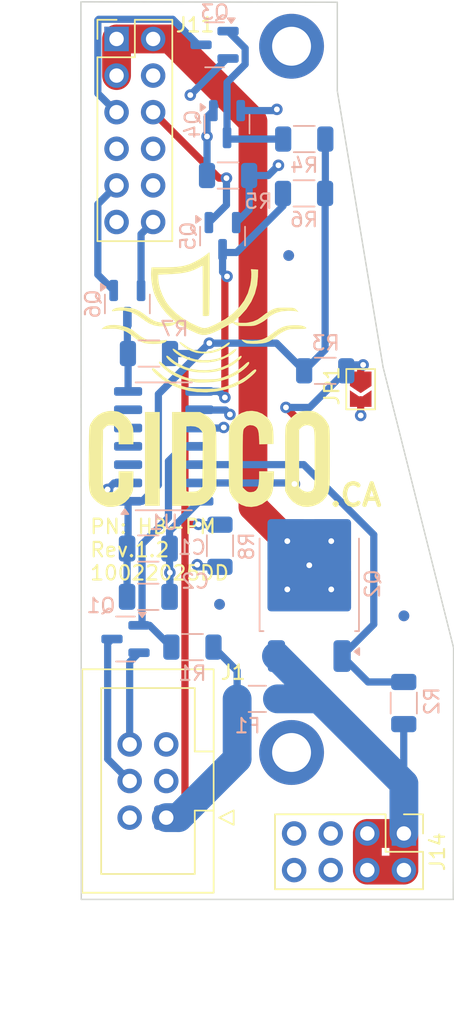
<source format=kicad_pcb>
(kicad_pcb (version 20240108) (generator "pcbnew") (generator_version "8.0")
  (layers (0 "F.Cu" signal) (1 "In1.Cu" signal) (2 "In2.Cu" signal) (31 "B.Cu" signal) (34 "B.Paste" user) (35 "F.Paste" user) (36 "B.SilkS" user "B.Silkscreen") (37 "F.SilkS" user "F.Silkscreen") (38 "B.Mask" user) (39 "F.Mask" user) (44 "Edge.Cuts" user))
  (net 0 "")
  (net 1 "GND")
  (net 2 "Pwr_off")
  (net 3 "Pwr_mon")
  (net 4 "Red")
  (net 5 "Blue")
  (net 6 "Signal")
  (net 7 "Green")
  (net 8 "VCC")
  (net 9 "+5V")
  (net 10 "Net-(JP1-A)")
  (net 11 "Net-(Q1-G)")
  (net 12 "Net-(Q2-G)")
  (net 13 "Net-(J11-Pin_9)")
  (net 16 "UPDI")
  (net 19 "VCC_")
  (net 20 "Net-(J11-Pin_6)")
  (net 21 "Net-(J11-Pin_5)")
  (net 22 "Net-(Q3-G)")
  (net 23 "Pulse")
  (footprint "Connector_PinHeader_2.54mm:PinHeader_2x04_P2.54mm_Vertical" (layer "F.Cu") (at 124 98.1 -90)
    (property "Reference" "J14" (at 1.27 -2.33 90) (layer "F.SilkS"))
    (property "Value" "Conn_02x04_Counter_Clockwise")
    (pad "1" thru_hole rect (at 0 0 270) (size 1.7 1.7) (drill 1) (layers "*.Cu" "*.Mask") (net 8 "VCC"))
    (pad "2" thru_hole oval (at 2.54 0 270) (size 1.7 1.7) (drill 1) (layers "*.Cu" "*.Mask") (net 8 "VCC"))
    (pad "3" thru_hole oval (at 0 2.54 270) (size 1.7 1.7) (drill 1) (layers "*.Cu" "*.Mask") (net 8 "VCC"))
    (pad "4" thru_hole oval (at 2.54 2.54 270) (size 1.7 1.7) (drill 1) (layers "*.Cu" "*.Mask") (net 8 "VCC"))
    (pad "5" thru_hole oval (at 0 5.08 270) (size 1.7 1.7) (drill 1) (layers "*.Cu" "*.Mask") (net 1 "GND"))
    (pad "6" thru_hole oval (at 2.54 5.08 270) (size 1.7 1.7) (drill 1) (layers "*.Cu" "*.Mask") (net 1 "GND"))
    (pad "7" thru_hole oval (at 0 7.62 270) (size 1.7 1.7) (drill 1) (layers "*.Cu" "*.Mask") (net 1 "GND"))
    (pad "8" thru_hole oval (at 2.54 7.62 270) (size 1.7 1.7) (drill 1) (layers "*.Cu" "*.Mask") (net 1 "GND"))
  )
  (footprint "Fiducial:Fiducial_0.75mm_Mask2.25mm" (layer "F.Cu") (at 124 83)
    (property "Reference" "FID2" (hide yes))
    (property "Value" "Fiducial")
    (pad "" smd circle (at 0 0) (size 0.75 0.75) (layers "F.Cu" "F.Mask") (clearance 0.75))
  )
  (footprint "Connector_PinHeader_2.54mm:PinHeader_2x06_P2.54mm_Vertical" (layer "F.Cu") (at 104.05 42.975)
    (property "Reference" "J11" (at 5.45 -0.975 0) (layer "F.SilkS"))
    (property "Value" "Conn_02x05_Top_Bottom")
    (pad "1" thru_hole rect (at 0 0) (size 1.7 1.7) (drill 1) (layers "*.Cu" "*.Mask") (net 9 "+5V"))
    (pad "2" thru_hole oval (at 2.54 0) (size 1.7 1.7) (drill 1) (layers "*.Cu" "*.Mask") (net 9 "+5V"))
    (pad "3" thru_hole oval (at 0 2.54) (size 1.7 1.7) (drill 1) (layers "*.Cu" "*.Mask") (net 9 "+5V"))
    (pad "4" thru_hole oval (at 2.54 2.54) (size 1.7 1.7) (drill 1) (layers "*.Cu" "*.Mask") (net 16 "UPDI"))
    (pad "5" thru_hole oval (at 0 5.08) (size 1.7 1.7) (drill 1) (layers "*.Cu" "*.Mask") (net 21 "Net-(J11-Pin_5)"))
    (pad "6" thru_hole oval (at 2.54 5.08) (size 1.7 1.7) (drill 1) (layers "*.Cu" "*.Mask") (net 20 "Net-(J11-Pin_6)"))
    (pad "7" thru_hole oval (at 0 7.62) (size 1.7 1.7) (drill 1) (layers "*.Cu" "*.Mask") (net 4 "Red"))
    (pad "8" thru_hole oval (at 2.54 7.62) (size 1.7 1.7) (drill 1) (layers "*.Cu" "*.Mask") (net 7 "Green"))
    (pad "9" thru_hole oval (at 0 10.16) (size 1.7 1.7) (drill 1) (layers "*.Cu" "*.Mask") (net 13 "Net-(J11-Pin_9)"))
    (pad "10" thru_hole oval (at 2.54 10.16) (size 1.7 1.7) (drill 1) (layers "*.Cu" "*.Mask") (net 1 "GND"))
    (pad "11" thru_hole oval (at 0 12.7) (size 1.7 1.7) (drill 1) (layers "*.Cu" "*.Mask") (net 1 "GND"))
    (pad "12" thru_hole oval (at 2.54 12.7) (size 1.7 1.7) (drill 1) (layers "*.Cu" "*.Mask") (net 1 "GND"))
  )
  (footprint "MountingHole:MountingHole_2.7mm_M2.5_ISO7380_Pad" (layer "F.Cu") (at 116.2 92.48)
    (property "Reference" "H5" (hide yes))
    (property "Value" "MountingHole")
    (pad "1" thru_hole circle (at 0 0) (size 4.5 4.5) (drill 2.7) (layers "*.Cu" "*.Mask"))
  )
  (footprint "cidco:logo cidco" (layer "F.Cu") (at 110.7 66.27)
    (property "Reference" "logo1" (hide yes))
    (property "Value" "LOGO" (hide yes))
  )
  (footprint "Connector_IDC:IDC-Header_2x03_P2.54mm_Vertical" (layer "F.Cu") (at 107.5 97 180)
    (property "Reference" "J1" (at -4.65 10.08 0) (layer "F.SilkS"))
    (property "Value" "Conn_02x03_Top_Bottom")
    (pad "1" thru_hole roundrect (at 0 0 180) (size 1.7 1.7) (drill 1) (layers "*.Cu" "*.Mask") (roundrect_rratio 0.147059) (net 19 "VCC_"))
    (pad "2" thru_hole circle (at 2.54 0 180) (size 1.7 1.7) (drill 1) (layers "*.Cu" "*.Mask") (net 4 "Red"))
    (pad "3" thru_hole circle (at 0 2.54 180) (size 1.7 1.7) (drill 1) (layers "*.Cu" "*.Mask") (net 7 "Green"))
    (pad "4" thru_hole circle (at 2.54 2.54 180) (size 1.7 1.7) (drill 1) (layers "*.Cu" "*.Mask") (net 5 "Blue"))
    (pad "5" thru_hole circle (at 0 5.08 180) (size 1.7 1.7) (drill 1) (layers "*.Cu" "*.Mask") (net 6 "Signal"))
    (pad "6" thru_hole circle (at 2.54 5.08 180) (size 1.7 1.7) (drill 1) (layers "*.Cu" "*.Mask") (net 1 "GND"))
  )
  (footprint "Jumper:SolderJumper-2_P1.3mm_Open_TrianglePad1.0x1.5mm" (layer "F.Cu") (at 121 67.275 -90)
    (property "Reference" "JP1" (at -0.235 2 90) (layer "F.SilkS"))
    (property "Value" "SolderJumper_2_Open")
    (pad "1" smd custom (at -0.725 0 270) (size 0.3 0.3) (layers "F.Cu" "F.Mask") (net 10 "Net-(JP1-A)") (options (clearance outline) (anchor rect)) (primitives (gr_poly (pts (xy 1 0) (xy 0.5 0.75) (xy -0.5 0.75) (xy -0.5 -0.75) (xy 0.5 -0.75)) (width 0) (fill yes))))
    (pad "2" smd custom (at 0.725 0 270) (size 0.3 0.3) (layers "F.Cu" "F.Mask") (net 1 "GND") (options (clearance outline) (anchor rect)) (primitives (gr_poly (pts (xy 0.5 0.75) (xy -0.65 0.75) (xy -0.15 0) (xy -0.65 -0.75) (xy 0.5 -0.75)) (width 0) (fill yes))))
  )
  (footprint "Fiducial:Fiducial_0.75mm_Mask2.25mm" (layer "F.Cu") (at 111.2 82.2)
    (property "Reference" "FID6" (hide yes))
    (property "Value" "Fiducial")
    (pad "" smd circle (at 0 0) (size 0.75 0.75) (layers "F.Cu" "F.Mask") (clearance 0.75))
  )
  (footprint "MountingHole:MountingHole_2.7mm_M2.5_ISO7380_Pad" (layer "F.Cu") (at 116.2 43.48)
    (property "Reference" "H1" (hide yes))
    (property "Value" "MountingHole")
    (pad "1" thru_hole circle (at 0 0) (size 4.5 4.5) (drill 2.7) (layers "*.Cu" "*.Mask"))
  )
  (footprint "Fiducial:Fiducial_0.75mm_Mask2.25mm" (layer "F.Cu") (at 116 58)
    (property "Reference" "FID4" (hide yes))
    (property "Value" "Fiducial")
    (pad "" smd circle (at 0 0) (size 0.75 0.75) (layers "F.Cu" "F.Mask") (clearance 0.75))
  )
  (footprint "Capacitor_SMD:C_1206_3216Metric" (layer "B.Cu") (at 106.255 78.33 180)
    (property "Reference" "C1" (at -3.025 0.08 0) (layer "B.SilkS") (effects (justify mirror)))
    (property "Value" "1uf")
    (pad "1" smd roundrect (at -1.475 0 180) (size 1.15 1.8) (layers "B.Cu" "B.Paste" "B.Mask") (roundrect_rratio 0.217391) (net 1 "GND"))
    (pad "2" smd roundrect (at 1.475 0 180) (size 1.15 1.8) (layers "B.Cu" "B.Paste" "B.Mask") (roundrect_rratio 0.217391) (net 19 "VCC_"))
  )
  (footprint "Resistor_SMD:R_1206_3216Metric" (layer "B.Cu") (at 123.99 89.05 90)
    (property "Reference" "R2" (at 0.13 1.95 90) (layer "B.SilkS") (effects (justify mirror)))
    (property "Value" "1k")
    (pad "1" smd roundrect (at -1.4625 0 90) (size 1.125 1.75) (layers "B.Cu" "B.Paste" "B.Mask") (roundrect_rratio 0.222222) (net 8 "VCC"))
    (pad "2" smd roundrect (at 1.4625 0 90) (size 1.125 1.75) (layers "B.Cu" "B.Paste" "B.Mask") (roundrect_rratio 0.222222) (net 12 "Net-(Q2-G)"))
  )
  (footprint "Fuse:Fuse_1206_3216Metric" (layer "B.Cu") (at 113.82 88.76 180)
    (property "Reference" "F1" (at 0.67 -1.87 0) (layer "B.SilkS") (effects (justify mirror)))
    (property "Value" "Fuse")
    (pad "1" smd roundrect (at -1.4 0 180) (size 1.25 1.75) (layers "B.Cu" "B.Paste" "B.Mask") (roundrect_rratio 0.2) (net 8 "VCC"))
    (pad "2" smd roundrect (at 1.4 0 180) (size 1.25 1.75) (layers "B.Cu" "B.Paste" "B.Mask") (roundrect_rratio 0.2) (net 19 "VCC_"))
  )
  (footprint "Resistor_SMD:R_1206_3216Metric" (layer "B.Cu") (at 111.7925 52.45 180)
    (property "Reference" "R5" (at -2.1175 -1.79 0) (layer "B.SilkS") (effects (justify mirror)))
    (property "Value" "1k")
    (pad "1" smd roundrect (at -1.4625 0 180) (size 1.125 1.75) (layers "B.Cu" "B.Paste" "B.Mask") (roundrect_rratio 0.222222) (net 1 "GND"))
    (pad "2" smd roundrect (at 1.4625 0 180) (size 1.125 1.75) (layers "B.Cu" "B.Paste" "B.Mask") (roundrect_rratio 0.222222) (net 2 "Pwr_off"))
  )
  (footprint "Package_TO_SOT_SMD:TO-252-2" (layer "B.Cu") (at 117.43 80.75 90)
    (property "Reference" "Q2" (at -0.03 4.39 90) (layer "B.SilkS") (effects (justify mirror)))
    (property "Value" "DMP3010LK3Q-13")
    (pad "1" smd roundrect (at -5.04 2.28 90) (size 2.2 1.2) (layers "B.Cu" "B.Paste" "B.Mask") (roundrect_rratio 0.208333) (net 12 "Net-(Q2-G)"))
    (pad "2" smd roundrect (at -0.415 -1.525 90) (size 3.05 2.75) (layers "B.Cu" "B.Paste") (roundrect_rratio 0.090909) (net 9 "+5V"))
    (pad "2" smd roundrect (at -0.415 1.525 90) (size 3.05 2.75) (layers "B.Cu" "B.Paste") (roundrect_rratio 0.090909) (net 9 "+5V"))
    (pad "2" smd roundrect (at 1.26 0 90) (size 6.4 5.8) (layers "B.Cu" "B.Mask") (roundrect_rratio 0.043103) (net 9 "+5V"))
    (pad "2" smd roundrect (at 2.935 -1.525 90) (size 3.05 2.75) (layers "B.Cu" "B.Paste") (roundrect_rratio 0.090909) (net 9 "+5V"))
    (pad "2" smd roundrect (at 2.935 1.525 90) (size 3.05 2.75) (layers "B.Cu" "B.Paste") (roundrect_rratio 0.090909) (net 9 "+5V"))
    (pad "3" smd roundrect (at -5.04 -2.28 90) (size 2.2 1.2) (layers "B.Cu" "B.Paste" "B.Mask") (roundrect_rratio 0.208333) (net 8 "VCC"))
  )
  (footprint "Package_TO_SOT_SMD:SOT-23" (layer "B.Cu") (at 104.67 84.6075 180)
    (property "Reference" "Q1" (at 1.7 2.3175 0) (layer "B.SilkS") (effects (justify mirror)))
    (property "Value" "2N7002")
    (pad "1" smd roundrect (at -0.9375 0.95 180) (size 1.475 0.6) (layers "B.Cu" "B.Paste" "B.Mask") (net 11 "Net-(Q1-G)"))
    (pad "2" smd roundrect (at -0.9375 -0.95 180) (size 1.475 0.6) (layers "B.Cu" "B.Paste" "B.Mask") (net 1 "GND"))
    (pad "3" smd roundrect (at 0.9375 0 180) (size 1.475 0.6) (layers "B.Cu" "B.Paste" "B.Mask") (net 5 "Blue"))
  )
  (footprint "Fiducial:Fiducial_0.75mm_Mask2.25mm" (layer "B.Cu") (at 124 83 180)
    (property "Reference" "FID1" (hide yes))
    (property "Value" "Fiducial")
    (pad "" smd circle (at 0 0 180) (size 0.75 0.75) (layers "B.Cu" "B.Mask") (clearance 0.75))
  )
  (footprint "Package_TO_SOT_SMD:SOT-23" (layer "B.Cu") (at 104.8 61.3625 -90)
    (property "Reference" "Q6" (at 0 2.4 90) (layer "B.SilkS") (effects (justify mirror)))
    (property "Value" "2N7002")
    (pad "1" smd roundrect (at -0.9375 0.95 270) (size 1.475 0.6) (layers "B.Cu" "B.Paste" "B.Mask") (net 13 "Net-(J11-Pin_9)"))
    (pad "2" smd roundrect (at -0.9375 -0.95 270) (size 1.475 0.6) (layers "B.Cu" "B.Paste" "B.Mask") (net 1 "GND"))
    (pad "3" smd roundrect (at 0.9375 0 270) (size 1.475 0.6) (layers "B.Cu" "B.Paste" "B.Mask") (net 23 "Pulse"))
  )
  (footprint "Capacitor_SMD:C_1206_3216Metric" (layer "B.Cu") (at 106.255 81.68 180)
    (property "Reference" "C2" (at -3.255 1.08 0) (layer "B.SilkS") (effects (justify mirror)))
    (property "Value" "0.1uf")
    (pad "1" smd roundrect (at -1.475 0 180) (size 1.15 1.8) (layers "B.Cu" "B.Paste" "B.Mask") (roundrect_rratio 0.217391) (net 1 "GND"))
    (pad "2" smd roundrect (at 1.475 0 180) (size 1.15 1.8) (layers "B.Cu" "B.Paste" "B.Mask") (roundrect_rratio 0.217391) (net 19 "VCC_"))
  )
  (footprint "Resistor_SMD:R_1206_3216Metric" (layer "B.Cu") (at 111.23 78.1375 -90)
    (property "Reference" "R8" (at 0.0425 -1.85 90) (layer "B.SilkS") (effects (justify mirror)))
    (property "Value" "4.7k")
    (pad "1" smd roundrect (at -1.4625 0 270) (size 1.125 1.75) (layers "B.Cu" "B.Paste" "B.Mask") (roundrect_rratio 0.222222) (net 19 "VCC_"))
    (pad "2" smd roundrect (at 1.4625 0 270) (size 1.125 1.75) (layers "B.Cu" "B.Paste" "B.Mask") (roundrect_rratio 0.222222) (net 6 "Signal"))
  )
  (footprint "Fiducial:Fiducial_0.75mm_Mask2.25mm" (layer "B.Cu") (at 116 58 180)
    (property "Reference" "FID3" (hide yes))
    (property "Value" "Fiducial")
    (pad "" smd circle (at 0 0 180) (size 0.75 0.75) (layers "B.Cu" "B.Mask") (clearance 0.75))
  )
  (footprint "Fiducial:Fiducial_0.75mm_Mask2.25mm" (layer "B.Cu") (at 111.2 82.2 180)
    (property "Reference" "FID5" (hide yes))
    (property "Value" "Fiducial")
    (pad "" smd circle (at 0 0 180) (size 0.75 0.75) (layers "B.Cu" "B.Mask") (clearance 0.75))
  )
  (footprint "Resistor_SMD:R_1206_3216Metric" (layer "B.Cu") (at 118.5375 66 180)
    (property "Reference" "R3" (at -0.0325 1.93 0) (layer "B.SilkS") (effects (justify mirror)))
    (property "Value" "1k")
    (pad "1" smd roundrect (at -1.4625 0 180) (size 1.125 1.75) (layers "B.Cu" "B.Paste" "B.Mask") (roundrect_rratio 0.222222) (net 10 "Net-(JP1-A)"))
    (pad "2" smd roundrect (at 1.4625 0 180) (size 1.125 1.75) (layers "B.Cu" "B.Paste" "B.Mask") (roundrect_rratio 0.222222) (net 19 "VCC_"))
  )
  (footprint "Resistor_SMD:R_1206_3216Metric" (layer "B.Cu") (at 106.3 64.8)
    (property "Reference" "R7" (at 1.77 -1.72 0) (layer "B.SilkS") (effects (justify mirror)))
    (property "Value" "1k")
    (pad "1" smd roundrect (at -1.4625 0) (size 1.125 1.75) (layers "B.Cu" "B.Paste" "B.Mask") (roundrect_rratio 0.222222) (net 23 "Pulse"))
    (pad "2" smd roundrect (at 1.4625 0) (size 1.125 1.75) (layers "B.Cu" "B.Paste" "B.Mask") (roundrect_rratio 0.222222) (net 19 "VCC_"))
  )
  (footprint "Package_TO_SOT_SMD:SOT-23" (layer "B.Cu") (at 111.72 48.8825 -90)
    (property "Reference" "Q4" (at 0 2.4 90) (layer "B.SilkS") (effects (justify mirror)))
    (property "Value" "2N7002")
    (pad "1" smd roundrect (at -0.9375 0.95 270) (size 1.475 0.6) (layers "B.Cu" "B.Paste" "B.Mask") (net 2 "Pwr_off"))
    (pad "2" smd roundrect (at -0.9375 -0.95 270) (size 1.475 0.6) (layers "B.Cu" "B.Paste" "B.Mask") (net 1 "GND"))
    (pad "3" smd roundrect (at 0.9375 0 270) (size 1.475 0.6) (layers "B.Cu" "B.Paste" "B.Mask") (net 22 "Net-(Q3-G)"))
  )
  (footprint "Resistor_SMD:R_1206_3216Metric" (layer "B.Cu") (at 109.3175 85.17)
    (property "Reference" "R1" (at 0 1.82 0) (layer "B.SilkS") (effects (justify mirror)))
    (property "Value" "1k")
    (pad "1" smd roundrect (at -1.4625 0) (size 1.125 1.75) (layers "B.Cu" "B.Paste" "B.Mask") (roundrect_rratio 0.222222) (net 11 "Net-(Q1-G)"))
    (pad "2" smd roundrect (at 1.4625 0) (size 1.125 1.75) (layers "B.Cu" "B.Paste" "B.Mask") (roundrect_rratio 0.222222) (net 19 "VCC_"))
  )
  (footprint "Package_SO:SOIC-14_3.9x8.7mm_P1.27mm" (layer "B.Cu") (at 107.325 71.24)
    (property "Reference" "U1" (at 0 5.28 0) (layer "B.SilkS") (effects (justify mirror)))
    (property "Value" "ATtiny424-SS")
    (pad "1" smd roundrect (at -2.475 3.81) (size 1.95 0.6) (layers "B.Cu" "B.Paste" "B.Mask") (net 19 "VCC_"))
    (pad "2" smd roundrect (at -2.475 2.54) (size 1.95 0.6) (layers "B.Cu" "B.Paste" "B.Mask") (net 6 "Signal"))
    (pad "3" smd roundrect (at -2.475 1.27) (size 1.95 0.6) (layers "B.Cu" "B.Paste" "B.Mask"))
    (pad "4" smd roundrect (at -2.475 0) (size 1.95 0.6) (layers "B.Cu" "B.Paste" "B.Mask"))
    (pad "5" smd roundrect (at -2.475 -1.27) (size 1.95 0.6) (layers "B.Cu" "B.Paste" "B.Mask"))
    (pad "6" smd roundrect (at -2.475 -2.54) (size 1.95 0.6) (layers "B.Cu" "B.Paste" "B.Mask"))
    (pad "7" smd roundrect (at -2.475 -3.81) (size 1.95 0.6) (layers "B.Cu" "B.Paste" "B.Mask") (net 23 "Pulse"))
    (pad "8" smd roundrect (at 2.475 -3.81) (size 1.95 0.6) (layers "B.Cu" "B.Paste" "B.Mask") (net 3 "Pwr_mon"))
    (pad "9" smd roundrect (at 2.475 -2.54) (size 1.95 0.6) (layers "B.Cu" "B.Paste" "B.Mask") (net 2 "Pwr_off"))
    (pad "10" smd roundrect (at 2.475 -1.27) (size 1.95 0.6) (layers "B.Cu" "B.Paste" "B.Mask") (net 16 "UPDI"))
    (pad "11" smd roundrect (at 2.475 0) (size 1.95 0.6) (layers "B.Cu" "B.Paste" "B.Mask") (net 11 "Net-(Q1-G)"))
    (pad "12" smd roundrect (at 2.475 1.27) (size 1.95 0.6) (layers "B.Cu" "B.Paste" "B.Mask") (net 12 "Net-(Q2-G)"))
    (pad "13" smd roundrect (at 2.475 2.54) (size 1.95 0.6) (layers "B.Cu" "B.Paste" "B.Mask") (net 10 "Net-(JP1-A)"))
    (pad "14" smd roundrect (at 2.475 3.81) (size 1.95 0.6) (layers "B.Cu" "B.Paste" "B.Mask") (net 1 "GND"))
  )
  (footprint "Package_TO_SOT_SMD:SOT-23" (layer "B.Cu") (at 110.8525 43.38 180)
    (property "Reference" "Q3" (at -0.0175 2.26 0) (layer "B.SilkS") (effects (justify mirror)))
    (property "Value" "2N7002")
    (pad "1" smd roundrect (at -0.9375 0.95 180) (size 1.475 0.6) (layers "B.Cu" "B.Paste" "B.Mask") (net 22 "Net-(Q3-G)"))
    (pad "2" smd roundrect (at -0.9375 -0.95 180) (size 1.475 0.6) (layers "B.Cu" "B.Paste" "B.Mask") (net 1 "GND"))
    (pad "3" smd roundrect (at 0.9375 0 180) (size 1.475 0.6) (layers "B.Cu" "B.Paste" "B.Mask") (net 21 "Net-(J11-Pin_5)"))
  )
  (footprint "Package_TO_SOT_SMD:SOT-23" (layer "B.Cu") (at 111.41 56.6525 -90)
    (property "Reference" "Q5" (at 0 2.4 90) (layer "B.SilkS") (effects (justify mirror)))
    (property "Value" "2N7002")
    (pad "1" smd roundrect (at -0.9375 0.95 270) (size 1.475 0.6) (layers "B.Cu" "B.Paste" "B.Mask") (net 20 "Net-(J11-Pin_6)"))
    (pad "2" smd roundrect (at -0.9375 -0.95 270) (size 1.475 0.6) (layers "B.Cu" "B.Paste" "B.Mask") (net 1 "GND"))
    (pad "3" smd roundrect (at 0.9375 0 270) (size 1.475 0.6) (layers "B.Cu" "B.Paste" "B.Mask") (net 3 "Pwr_mon"))
  )
  (footprint "Resistor_SMD:R_1206_3216Metric" (layer "B.Cu") (at 117.0675 53.69)
    (property "Reference" "R6" (at 0 1.82 0) (layer "B.SilkS") (effects (justify mirror)))
    (property "Value" "1k")
    (pad "1" smd roundrect (at -1.4625 0) (size 1.125 1.75) (layers "B.Cu" "B.Paste" "B.Mask") (roundrect_rratio 0.222222) (net 3 "Pwr_mon"))
    (pad "2" smd roundrect (at 1.4625 0) (size 1.125 1.75) (layers "B.Cu" "B.Paste" "B.Mask") (roundrect_rratio 0.222222) (net 19 "VCC_"))
  )
  (footprint "Resistor_SMD:R_1206_3216Metric" (layer "B.Cu") (at 117.0825 49.92)
    (property "Reference" "R4" (at 0 1.82 0) (layer "B.SilkS") (effects (justify mirror)))
    (property "Value" "1k")
    (pad "1" smd roundrect (at -1.4625 0) (size 1.125 1.75) (layers "B.Cu" "B.Paste" "B.Mask") (roundrect_rratio 0.222222) (net 22 "Net-(Q3-G)"))
    (pad "2" smd roundrect (at 1.4625 0) (size 1.125 1.75) (layers "B.Cu" "B.Paste" "B.Mask") (roundrect_rratio 0.222222) (net 19 "VCC_"))
  )
  (gr_line (start 101.6 102.675) (end 101.575 40.4) (stroke (width 0.1)) (layer "Edge.Cuts"))
  (gr_line (start 119.375 40.425) (end 119.375 46.575) (stroke (width 0.1)) (layer "Edge.Cuts"))
  (gr_line (start 119.375 40.425) (end 101.575 40.4) (stroke (width 0.1)) (layer "Edge.Cuts"))
  (gr_line (start 127.45 85.225) (end 127.425 102.675) (stroke (width 0.1)) (layer "Edge.Cuts"))
  (gr_line (start 119.375 46.575) (end 122.55 65.725) (stroke (width 0.1)) (layer "Edge.Cuts"))
  (gr_line (start 122.55 65.725) (end 127.45 85.225) (stroke (width 0.1)) (layer "Edge.Cuts"))
  (gr_line (start 127.425 102.675) (end 101.6 102.675) (stroke (width 0.1)) (layer "Edge.Cuts"))
  (gr_text ".CA" (at 118.71 75.5 0) (layer "F.SilkS") (effects (font (size 1.5 1.5) (thickness 0.3) (bold yes)) (justify left bottom)))
  (gr_text "PN: HB-PM\nRev.1.2\n10022025DD" (at 102.13 80.61 0) (layer "F.SilkS") (effects (font (size 1 1)) (justify left bottom)))
  (segment (start 121 69.1) (end 121 68.004903) (width 0.5) (layer "F.Cu") (net 1))
  (via (at 121 69.1) (size 0.8) (drill 0.4) (layers "F.Cu" "B.Cu") (net 1))
  (via (at 115.29 51.74) (size 0.8) (drill 0.4) (layers "F.Cu" "B.Cu") (net 1))
  (via (at 109.17 46.87) (size 0.8) (drill 0.4) (layers "F.Cu" "B.Cu") (net 1))
  (via (at 115.18 47.86) (size 0.8) (drill 0.4) (layers "F.Cu" "B.Cu") (net 1))
  (via (at 107.75 80) (size 0.8) (drill 0.4) (layers "F.Cu" "B.Cu") (net 1))
  (segment (start 112.36 55.715) (end 113.255 54.82) (width 0.5) (layer "B.Cu") (net 1))
  (segment (start 113.255 54.82) (end 113.255 52.45) (width 0.5) (layer "B.Cu") (net 1))
  (segment (start 111.71 44.33) (end 109.17 46.87) (width 0.5) (layer "B.Cu") (net 1))
  (segment (start 107.73 79.98) (end 107.75 80) (width 0.5) (layer "B.Cu") (net 1))
  (segment (start 107.73 78.33) (end 107.73 77.12) (width 0.5) (layer "B.Cu") (net 1))
  (segment (start 105.6075 85.5575) (end 104.96 86.205) (width 0.5) (layer "B.Cu") (net 1))
  (segment (start 105.75 56.515) (end 106.59 55.675) (width 0.5) (layer "B.Cu") (net 1))
  (segment (start 115.095 47.945) (end 115.18 47.86) (width 0.5) (layer "B.Cu") (net 1))
  (segment (start 107.73 78.33) (end 107.73 79.98) (width 0.5) (layer "B.Cu") (net 1))
  (segment (start 107.75 80) (end 107.75 81.66) (width 0.5) (layer "B.Cu") (net 1))
  (segment (start 105.75 60.425) (end 105.75 56.515) (width 0.5) (layer "B.Cu") (net 1))
  (segment (start 111.79 44.33) (end 111.71 44.33) (width 0.5) (layer "B.Cu") (net 1))
  (segment (start 114.58 52.45) (end 115.29 51.74) (width 0.5) (layer "B.Cu") (net 1))
  (segment (start 107.75 81.66) (end 107.73 81.68) (width 0.5) (layer "B.Cu") (net 1))
  (segment (start 104.96 86.205) (end 104.96 91.92) (width 0.5) (layer "B.Cu") (net 1))
  (segment (start 113.255 52.45) (end 114.58 52.45) (width 0.5) (layer "B.Cu") (net 1))
  (segment (start 107.73 77.12) (end 109.8 75.05) (width 0.5) (layer "B.Cu") (net 1))
  (segment (start 112.67 47.945) (end 115.095 47.945) (width 0.5) (layer "B.Cu") (net 1))
  (via (at 110.33 49.74) (size 0.8) (drill 0.4) (layers "F.Cu" "B.Cu") (net 2))
  (via (at 111.92 69.027171) (size 0.8) (drill 0.4) (layers "F.Cu" "B.Cu") (net 2))
  (segment (start 110.8775 47.6375) (end 110.77 47.745) (width 0.5) (layer "B.Cu") (net 2))
  (segment (start 111.92 69.027171) (end 111.612829 68.72) (width 0.5) (layer "B.Cu") (net 2))
  (segment (start 109.82 68.72) (end 109.8 68.7) (width 0.5) (layer "B.Cu") (net 2))
  (segment (start 110.33 49.85) (end 110.33 49.74) (width 0.5) (layer "B.Cu") (net 2))
  (segment (start 111.612829 68.72) (end 109.82 68.72) (width 0.5) (layer "B.Cu") (net 2))
  (segment (start 110.33 52.45) (end 110.33 49.85) (width 0.5) (layer "B.Cu") (net 2))
  (segment (start 110.33 48.385) (end 110.77 47.945) (width 0.5) (layer "B.Cu") (net 2))
  (segment (start 110.33 49.74) (end 110.33 48.385) (width 0.5) (layer "B.Cu") (net 2))
  (segment (start 111.57 67.85) (end 111.57 59.6) (width 0.5) (layer "F.Cu") (net 3))
  (segment (start 111.57 59.6) (end 111.72 59.45) (width 0.5) (layer "F.Cu") (net 3))
  (via (at 111.57 67.85) (size 0.8) (drill 0.4) (layers "F.Cu" "B.Cu") (net 3))
  (via (at 111.72 59.45) (size 0.8) (drill 0.4) (layers "F.Cu" "B.Cu") (net 3))
  (segment (start 115.605 53.69) (end 115.605 54.565) (width 0.5) (layer "B.Cu") (net 3))
  (segment (start 111.57 67.85) (end 111.15 67.43) (width 0.5) (layer "B.Cu") (net 3))
  (segment (start 112.38 57.79) (end 111.41 57.79) (width 0.5) (layer "B.Cu") (net 3))
  (segment (start 111.15 67.43) (end 109.8 67.43) (width 0.5) (layer "B.Cu") (net 3))
  (segment (start 115.605 54.565) (end 112.38 57.79) (width 0.5) (layer "B.Cu") (net 3))
  (segment (start 111.41 59.14) (end 111.72 59.45) (width 0.5) (layer "B.Cu") (net 3))
  (segment (start 111.41 57.79) (end 111.41 59.14) (width 0.5) (layer "B.Cu") (net 3))
  (segment (start 103.4325 92.9325) (end 104.96 94.46) (width 0.5) (layer "B.Cu") (net 5))
  (segment (start 103.4325 84.9075) (end 103.4325 92.9325) (width 0.5) (layer "B.Cu") (net 5))
  (segment (start 103.7325 84.6075) (end 103.4325 84.9075) (width 0.5) (layer "B.Cu") (net 5))
  (via (at 109.65 79.45) (size 0.8) (drill 0.4) (layers "F.Cu" "B.Cu") (net 6))
  (via (at 103.425 74.230001) (size 0.8) (drill 0.4) (layers "F.Cu" "B.Cu") (net 6))
  (segment (start 109.8 79.6) (end 109.65 79.45) (width 0.5) (layer "B.Cu") (net 6))
  (segment (start 104.85 73.78) (end 103.875001 73.78) (width 0.5) (layer "B.Cu") (net 6))
  (segment (start 103.875001 73.78) (end 103.425 74.230001) (width 0.5) (layer "B.Cu") (net 6))
  (segment (start 111.23 79.6) (end 109.8 79.6) (width 0.5) (layer "B.Cu") (net 6))
  (segment (start 121.46 98.1) (end 124 98.1) (width 2) (layer "F.Cu") (net 8))
  (segment (start 121.46 98.1) (end 121.46 100.64) (width 2) (layer "F.Cu") (net 8))
  (segment (start 124 98.1) (end 124 100.64) (width 2) (layer "F.Cu") (net 8))
  (segment (start 121.46 100.64) (end 124 100.64) (width 2) (layer "F.Cu") (net 8))
  (segment (start 118.195 88.835) (end 124 94.64) (width 2) (layer "B.Cu") (net 8))
  (segment (start 118.12 88.76) (end 118.195 88.835) (width 2) (layer "B.Cu") (net 8))
  (segment (start 115.22 88.76) (end 118.12 88.76) (width 2) (layer "B.Cu") (net 8))
  (segment (start 124 94.64) (end 124 98.1) (width 2) (layer "B.Cu") (net 8))
  (segment (start 115.15 85.79) (end 118.195 88.835) (width 2) (layer "B.Cu") (net 8))
  (segment (start 123.99 90.5125) (end 123.99 94.63) (width 0.5) (layer "B.Cu") (net 8))
  (segment (start 123.99 94.63) (end 124 94.64) (width 0.5) (layer "B.Cu") (net 8))
  (segment (start 113.52 48.702919) (end 113.52 75.43) (width 2) (layer "F.Cu") (net 9))
  (segment (start 118.955 77.965) (end 117.43 79.49) (width 2) (layer "F.Cu") (net 9))
  (segment (start 104.05 42.975) (end 106.59 42.975) (width 2) (layer "F.Cu") (net 9))
  (segment (start 113.52 75.43) (end 115.905 77.815) (width 2) (layer "F.Cu") (net 9))
  (segment (start 118.955 77.815) (end 118.955 77.965) (width 2) (layer "F.Cu") (net 9))
  (segment (start 106.59 42.975) (end 107.792081 42.975) (width 2) (layer "F.Cu") (net 9))
  (segment (start 115.905 81.165) (end 118.955 81.165) (width 2) (layer "F.Cu") (net 9))
  (segment (start 107.792081 42.975) (end 113.52 48.702919) (width 2) (layer "F.Cu") (net 9))
  (segment (start 115.905 77.815) (end 118.955 77.815) (width 2) (layer "F.Cu") (net 9))
  (segment (start 118.955 81.165) (end 118.955 77.815) (width 2) (layer "F.Cu") (net 9))
  (segment (start 115.905 77.815) (end 115.905 81.165) (width 2) (layer "F.Cu") (net 9))
  (segment (start 104.05 45.515) (end 104.05 42.975) (width 2) (layer "F.Cu") (net 9))
  (via (at 115.905 81.165) (size 0.8) (drill 0.4) (layers "F.Cu" "B.Cu") (net 9))
  (via (at 115.905 77.815) (size 0.8) (drill 0.4) (layers "F.Cu" "B.Cu") (net 9))
  (via (at 117.43 79.49) (size 0.8) (drill 0.4) (layers "F.Cu" "B.Cu") (net 9))
  (via (at 118.955 81.165) (size 0.8) (drill 0.4) (layers "F.Cu" "B.Cu") (net 9))
  (via (at 118.955 77.815) (size 0.8) (drill 0.4) (layers "F.Cu" "B.Cu") (net 9))
  (segment (start 121 65.76) (end 121.17 65.59) (width 0.5) (layer "F.Cu") (net 10))
  (segment (start 116.4 69.13) (end 115.81 68.54) (width 0.5) (layer "F.Cu") (net 10))
  (segment (start 116.4 73.85) (end 116.4 69.13) (width 0.5) (layer "F.Cu") (net 10))
  (segment (start 121 66.55) (end 121 65.76) (width 0.5) (layer "F.Cu") (net 10))
  (via (at 116.4 73.85) (size 0.8) (drill 0.4) (layers "F.Cu" "B.Cu") (net 10))
  (via (at 121.17 65.59) (size 0.8) (drill 0.4) (layers "F.Cu" "B.Cu") (net 10))
  (via (at 115.81 68.54) (size 0.8) (drill 0.4) (layers "F.Cu" "B.Cu") (net 10))
  (segment (start 117.46 68.54) (end 115.81 68.54) (width 0.5) (layer "B.Cu") (net 10))
  (segment (start 120.41 65.59) (end 120 66) (width 0.5) (layer "B.Cu") (net 10))
  (segment (start 116.33 73.78) (end 116.4 73.85) (width 0.5) (layer "B.Cu") (net 10))
  (segment (start 121.17 65.59) (end 120.41 65.59) (width 0.5) (layer "B.Cu") (net 10))
  (segment (start 109.8 73.78) (end 116.33 73.78) (width 0.5) (layer "B.Cu") (net 10))
  (segment (start 120 66) (end 117.46 68.54) (width 0.5) (layer "B.Cu") (net 10))
  (segment (start 109.85 71.19) (end 109.8 71.24) (width 0.5) (layer "B.Cu") (net 11))
  (segment (start 106.3425 83.6575) (end 107.855 85.17) (width 0.5) (layer "B.Cu") (net 11))
  (segment (start 105.6075 83.6575) (end 106.3425 83.6575) (width 0.5) (layer "B.Cu") (net 11))
  (segment (start 107.6525 76.1925) (end 105.819975 78.025025) (width 0.5) (layer "B.Cu") (net 11))
  (segment (start 105.819975 83.445025) (end 105.627475 83.637525) (width 0.5) (layer "B.Cu") (net 11))
  (segment (start 108.68 71.24) (end 107.6525 72.2675) (width 0.5) (layer "B.Cu") (net 11))
  (segment (start 105.819975 78.025025) (end 105.819975 83.445025) (width 0.5) (layer "B.Cu") (net 11))
  (segment (start 109.8 71.24) (end 108.68 71.24) (width 0.5) (layer "B.Cu") (net 11))
  (segment (start 107.6525 72.2675) (end 107.6525 76.1925) (width 0.5) (layer "B.Cu") (net 11))
  (segment (start 121.5075 87.5875) (end 123.99 87.5875) (width 0.5) (layer "B.Cu") (net 12))
  (segment (start 119.71 85.79) (end 121.5075 87.5875) (width 0.5) (layer "B.Cu") (net 12))
  (segment (start 117.046878 72.51) (end 121.91 77.373122) (width 0.5) (layer "B.Cu") (net 12))
  (segment (start 121.91 83.59) (end 119.71 85.79) (width 0.5) (layer "B.Cu") (net 12))
  (segment (start 109.8 72.51) (end 117.046878 72.51) (width 0.5) (layer "B.Cu") (net 12))
  (segment (start 121.91 77.373122) (end 121.91 83.59) (width 0.5) (layer "B.Cu") (net 12))
  (segment (start 103.85 60.425) (end 102.75 59.325) (width 0.5) (layer "B.Cu") (net 13))
  (segment (start 102.75 59.325) (end 102.75 54.435) (width 0.5) (layer "B.Cu") (net 13))
  (segment (start 102.75 54.435) (end 104.05 53.135) (width 0.5) (layer "B.Cu") (net 13))
  (via (at 111.49 69.93) (size 0.8) (drill 0.4) (layers "F.Cu" "B.Cu") (net 16))
  (segment (start 109.8 69.97) (end 111.45 69.97) (width 0.5) (layer "B.Cu") (net 16))
  (segment (start 111.45 69.97) (end 111.49 69.93) (width 0.5) (layer "B.Cu") (net 16))
  (segment (start 107.5 97) (end 108.8 95.7) (width 0.5) (layer "F.Cu") (net 19))
  (segment (start 108.8 76.67) (end 108.8 65.77) (width 0.5) (layer "F.Cu") (net 19))
  (segment (start 108.82 76.65) (end 108.8 76.67) (width 0.5) (layer "F.Cu") (net 19))
  (segment (start 108.8 95.7) (end 108.8 76.67) (width 0.5) (layer "F.Cu") (net 19))
  (segment (start 108.8 65.77) (end 110.49 64.08) (width 0.5) (layer "F.Cu") (net 19))
  (segment (start 109.74 76.65) (end 108.82 76.65) (width 0.5) (layer "F.Cu") (net 19))
  (via (at 110.49 64.08) (size 0.8) (drill 0.4) (layers "F.Cu" "B.Cu") (net 19))
  (via (at 109.74 76.65) (size 0.8) (drill 0.4) (layers "F.Cu" "B.Cu") (net 19))
  (segment (start 106.9525 73.922499) (end 106.9525 67.6175) (width 0.5) (layer "B.Cu") (net 19))
  (segment (start 118.545 49.92) (end 118.545 53.675) (width 0.5) (layer "B.Cu") (net 19))
  (segment (start 112.42 88.76) (end 112.42 92.93) (width 2) (layer "B.Cu") (net 19))
  (segment (start 118.545 53.675) (end 118.53 53.69) (width 0.5) (layer "B.Cu") (net 19))
  (segment (start 104.85 75.05) (end 104.85 78.26) (width 0.5) (layer "B.Cu") (net 19))
  (segment (start 107.7625 64.8) (end 109.77 64.8) (width 0.5) (layer "B.Cu") (net 19))
  (segment (start 118.53 64.545) (end 117.075 66) (width 0.5) (layer "B.Cu") (net 19))
  (segment (start 104.85 75.05) (end 105.824999 75.05) (width 0.5) (layer "B.Cu") (net 19))
  (segment (start 109.77 64.8) (end 110.49 64.08) (width 0.5) (layer "B.Cu") (net 19))
  (segment (start 117.075 66) (end 115.155 64.08) (width 0.5) (layer "B.Cu") (net 19))
  (segment (start 112.42 92.93) (end 108.35 97) (width 2) (layer "B.Cu") (net 19))
  (segment (start 108.35 97) (end 107.5 97) (width 2) (layer "B.Cu") (net 19))
  (segment (start 106.9525 67.6175) (end 110.49 64.08) (width 0.5) (layer "B.Cu") (net 19))
  (segment (start 109.765 76.675) (end 109.74 76.65) (width 0.5) (layer "B.Cu") (net 19))
  (segment (start 115.155 64.08) (end 110.49 64.08) (width 0.5) (layer "B.Cu") (net 19))
  (segment (start 111.23 76.675) (end 109.765 76.675) (width 0.5) (layer "B.Cu") (net 19))
  (segment (start 112.42 88.76) (end 112.42 86.81) (width 0.5) (layer "B.Cu") (net 19))
  (segment (start 104.78 78.33) (end 104.78 81.68) (width 0.5) (layer "B.Cu") (net 19))
  (segment (start 112.42 86.81) (end 110.78 85.17) (width 0.5) (layer "B.Cu") (net 19))
  (segment (start 105.824999 75.05) (end 106.9525 73.922499) (width 0.5) (layer "B.Cu") (net 19))
  (segment (start 112.42 88.76) (end 111.86 88.76) (width 0.5) (layer "B.Cu") (net 19))
  (segment (start 118.53 53.69) (end 118.53 64.545) (width 0.5) (layer "B.Cu") (net 19))
  (segment (start 104.85 78.26) (end 104.78 78.33) (width 0.5) (layer "B.Cu") (net 19))
  (segment (start 111.68 52.63) (end 111.165 52.63) (width 0.5) (layer "F.Cu") (net 20))
  (segment (start 111.165 52.63) (end 106.59 48.055) (width 0.5) (layer "F.Cu") (net 20))
  (via (at 111.68 52.63) (size 0.8) (drill 0.4) (layers "F.Cu" "B.Cu") (net 20))
  (segment (start 110.46 55.715) (end 111.68 54.495) (width 0.5) (layer "B.Cu") (net 20))
  (segment (start 111.68 54.495) (end 111.68 52.63) (width 0.5) (layer "B.Cu") (net 20))
  (segment (start 102.75 41.675) (end 102.815 41.61) (width 0.5) (layer "B.Cu") (net 21))
  (segment (start 102.75 46.755) (end 102.75 41.675) (width 0.5) (layer "B.Cu") (net 21))
  (segment (start 102.815 41.61) (end 107.945 41.61) (width 0.5) (layer "B.Cu") (net 21))
  (segment (start 107.945 41.61) (end 109.715 43.38) (width 0.5) (layer "B.Cu") (net 21))
  (segment (start 104.05 48.055) (end 102.75 46.755) (width 0.5) (layer "B.Cu") (net 21))
  (segment (start 112.9775 44.732684) (end 111.72 45.990184) (width 0.5) (layer "B.Cu") (net 22))
  (segment (start 111.72 45.990184) (end 111.72 49.82) (width 0.5) (layer "B.Cu") (net 22))
  (segment (start 111.79 42.43) (end 112.9775 43.6175) (width 0.5) (layer "B.Cu") (net 22))
  (segment (start 112.9775 43.6175) (end 112.9775 44.732684) (width 0.5) (layer "B.Cu") (net 22))
  (segment (start 115.62 49.92) (end 111.82 49.92) (width 0.5) (layer "B.Cu") (net 22))
  (segment (start 111.82 49.92) (end 111.72 49.82) (width 0.5) (layer "B.Cu") (net 22))
  (segment (start 104.85 64.8125) (end 104.8375 64.8) (width 0.5) (layer "B.Cu") (net 23))
  (segment (start 104.85 67.43) (end 104.85 64.8125) (width 0.5) (layer "B.Cu") (net 23))
  (segment (start 104.8 62.3) (end 104.8 64.7625) (width 0.5) (layer "B.Cu") (net 23))
  (segment (start 104.8 64.7625) (end 104.8375 64.8) (width 0.5) (layer "B.Cu") (net 23))
)
</source>
